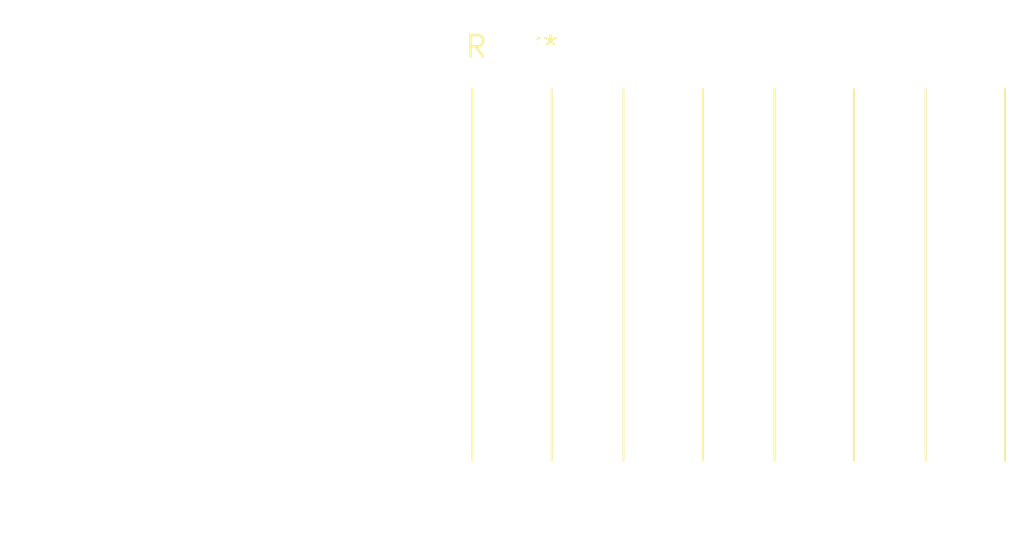
<source format=kicad_pcb>
(kicad_pcb (version 20240108) (generator pcbnew)
  (layers (0 "F.Cu" signal) (31 "B.Cu" signal) (34 "B.Paste" user) (35 "F.Paste" user) (36 "B.SilkS" user "B.Silkscreen") (37 "F.SilkS" user "F.Silkscreen") (38 "B.Mask" user) (39 "F.Mask" user) (44 "Edge.Cuts" user))
  (net 0 "")
  (footprint "SolderWire-2.5sqmm_1x04_P8.8mm_D2.4mm_OD4.4mm_Relief" (layer "F.Cu") (at 0 0)
    (property "Reference" "REF**")
    (property "Value" "SolderWire-2.5sqmm_1x04_P8.8mm_D2.4mm_OD4.4mm_Relief")
    (fp_line (start -2.31 2.46) (end -2.31 24.09) (layer "F.SilkS") (stroke (width 0.12)))
    (fp_line (start 2.31 2.46) (end 2.31 24.09) (layer "F.SilkS") (stroke (width 0.12)))
    (fp_line (start 6.49 2.46) (end 6.49 24.09) (layer "F.SilkS") (stroke (width 0.12)))
    (fp_line (start 11.11 2.46) (end 11.11 24.09) (layer "F.SilkS") (stroke (width 0.12)))
    (fp_line (start 15.29 2.46) (end 15.29 24.09) (layer "F.SilkS") (stroke (width 0.12)))
    (fp_line (start 19.91 2.46) (end 19.91 24.09) (layer "F.SilkS") (stroke (width 0.12)))
    (fp_line (start 24.09 2.46) (end 24.09 24.09) (layer "F.SilkS") (stroke (width 0.12)))
    (fp_line (start 28.71 2.46) (end 28.71 24.09) (layer "F.SilkS") (stroke (width 0.12)))
    (pad "" np_thru_hole circle (at 0 26.4) (size 4.9 4.9) (drill 4.9) (layers *.Cu *.Mask))
    (pad "" np_thru_hole circle (at 8.8 26.4) (size 4.9 4.9) (drill 4.9) (layers *.Cu *.Mask))
    (pad "" np_thru_hole circle (at 17.6 26.4) (size 4.9 4.9) (drill 4.9) (layers *.Cu *.Mask))
    (pad "" np_thru_hole circle (at 26.4 26.4) (size 4.9 4.9) (drill 4.9) (layers *.Cu *.Mask))
    (pad "1" thru_hole roundrect (at 0 0) (size 4.4 4.4) (drill 3) (layers *.Cu *.Mask) (remove_unused_layers) (roundrect_rratio 0.056818))
    (pad "2" thru_hole circle (at 8.8 0) (size 4.4 4.4) (drill 3) (layers *.Cu *.Mask) (remove_unused_layers))
    (pad "3" thru_hole circle (at 17.6 0) (size 4.4 4.4) (drill 3) (layers *.Cu *.Mask) (remove_unused_layers))
    (pad "4" thru_hole circle (at 26.4 0) (size 4.4 4.4) (drill 3) (layers *.Cu *.Mask) (remove_unused_layers))
  )
)
</source>
